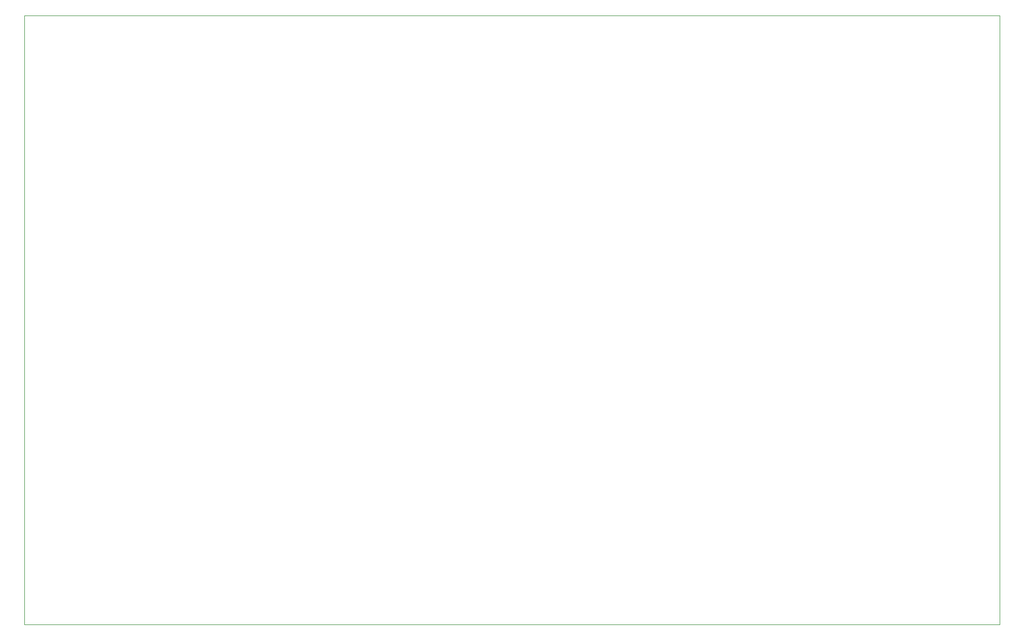
<source format=gbr>
%TF.GenerationSoftware,KiCad,Pcbnew,(5.1.7)-1*%
%TF.CreationDate,2022-02-05T15:55:05+01:00*%
%TF.ProjectId,Dev_Board,4465765f-426f-4617-9264-2e6b69636164,rev?*%
%TF.SameCoordinates,Original*%
%TF.FileFunction,Profile,NP*%
%FSLAX46Y46*%
G04 Gerber Fmt 4.6, Leading zero omitted, Abs format (unit mm)*
G04 Created by KiCad (PCBNEW (5.1.7)-1) date 2022-02-05 15:55:05*
%MOMM*%
%LPD*%
G01*
G04 APERTURE LIST*
%TA.AperFunction,Profile*%
%ADD10C,0.050000*%
%TD*%
G04 APERTURE END LIST*
D10*
X229235000Y-43180000D02*
X229235000Y-142875000D01*
X69850000Y-43180000D02*
X229235000Y-43180000D01*
X69850000Y-142875000D02*
X69850000Y-43180000D01*
X229235000Y-142875000D02*
X69850000Y-142875000D01*
M02*

</source>
